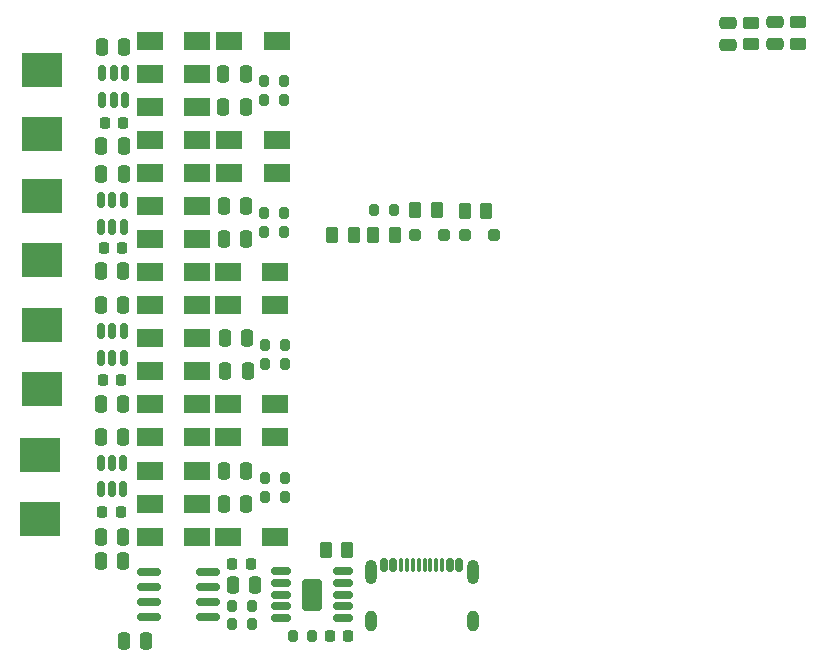
<source format=gbr>
%TF.GenerationSoftware,KiCad,Pcbnew,8.0.8*%
%TF.CreationDate,2025-03-16T16:52:42+08:00*%
%TF.ProjectId,temp_pro,74656d70-5f70-4726-9f2e-6b696361645f,rev?*%
%TF.SameCoordinates,Original*%
%TF.FileFunction,Paste,Top*%
%TF.FilePolarity,Positive*%
%FSLAX46Y46*%
G04 Gerber Fmt 4.6, Leading zero omitted, Abs format (unit mm)*
G04 Created by KiCad (PCBNEW 8.0.8) date 2025-03-16 16:52:42*
%MOMM*%
%LPD*%
G01*
G04 APERTURE LIST*
G04 Aperture macros list*
%AMRoundRect*
0 Rectangle with rounded corners*
0 $1 Rounding radius*
0 $2 $3 $4 $5 $6 $7 $8 $9 X,Y pos of 4 corners*
0 Add a 4 corners polygon primitive as box body*
4,1,4,$2,$3,$4,$5,$6,$7,$8,$9,$2,$3,0*
0 Add four circle primitives for the rounded corners*
1,1,$1+$1,$2,$3*
1,1,$1+$1,$4,$5*
1,1,$1+$1,$6,$7*
1,1,$1+$1,$8,$9*
0 Add four rect primitives between the rounded corners*
20,1,$1+$1,$2,$3,$4,$5,0*
20,1,$1+$1,$4,$5,$6,$7,0*
20,1,$1+$1,$6,$7,$8,$9,0*
20,1,$1+$1,$8,$9,$2,$3,0*%
G04 Aperture macros list end*
%ADD10R,2.250000X1.550000*%
%ADD11RoundRect,0.200000X0.200000X0.275000X-0.200000X0.275000X-0.200000X-0.275000X0.200000X-0.275000X0*%
%ADD12RoundRect,0.250000X0.250000X0.475000X-0.250000X0.475000X-0.250000X-0.475000X0.250000X-0.475000X0*%
%ADD13RoundRect,0.250000X-0.250000X-0.250000X0.250000X-0.250000X0.250000X0.250000X-0.250000X0.250000X0*%
%ADD14RoundRect,0.250000X-0.250000X-0.475000X0.250000X-0.475000X0.250000X0.475000X-0.250000X0.475000X0*%
%ADD15R,3.500000X2.950000*%
%ADD16RoundRect,0.250000X0.262500X0.450000X-0.262500X0.450000X-0.262500X-0.450000X0.262500X-0.450000X0*%
%ADD17RoundRect,0.225000X-0.225000X-0.250000X0.225000X-0.250000X0.225000X0.250000X-0.225000X0.250000X0*%
%ADD18RoundRect,0.150000X-0.150000X0.512500X-0.150000X-0.512500X0.150000X-0.512500X0.150000X0.512500X0*%
%ADD19RoundRect,0.250000X-0.262500X-0.450000X0.262500X-0.450000X0.262500X0.450000X-0.262500X0.450000X0*%
%ADD20RoundRect,0.250000X-0.595000X-1.080000X0.595000X-1.080000X0.595000X1.080000X-0.595000X1.080000X0*%
%ADD21RoundRect,0.150000X-0.687500X-0.150000X0.687500X-0.150000X0.687500X0.150000X-0.687500X0.150000X0*%
%ADD22RoundRect,0.250000X0.450000X-0.262500X0.450000X0.262500X-0.450000X0.262500X-0.450000X-0.262500X0*%
%ADD23RoundRect,0.250000X-0.450000X0.262500X-0.450000X-0.262500X0.450000X-0.262500X0.450000X0.262500X0*%
%ADD24RoundRect,0.250000X-0.475000X0.250000X-0.475000X-0.250000X0.475000X-0.250000X0.475000X0.250000X0*%
%ADD25RoundRect,0.150000X-0.825000X-0.150000X0.825000X-0.150000X0.825000X0.150000X-0.825000X0.150000X0*%
%ADD26RoundRect,0.150000X-0.150000X-0.425000X0.150000X-0.425000X0.150000X0.425000X-0.150000X0.425000X0*%
%ADD27RoundRect,0.075000X-0.075000X-0.500000X0.075000X-0.500000X0.075000X0.500000X-0.075000X0.500000X0*%
%ADD28O,1.000000X2.100000*%
%ADD29O,1.000000X1.800000*%
%ADD30RoundRect,0.250000X0.475000X-0.250000X0.475000X0.250000X-0.475000X0.250000X-0.475000X-0.250000X0*%
%ADD31RoundRect,0.200000X-0.200000X-0.275000X0.200000X-0.275000X0.200000X0.275000X-0.200000X0.275000X0*%
G04 APERTURE END LIST*
D10*
%TO.C,D27*%
X150420000Y-104720000D03*
X146420000Y-104720000D03*
%TD*%
D11*
%TO.C,R27*%
X157820000Y-120920000D03*
X156170000Y-120920000D03*
%TD*%
D10*
%TO.C,D13*%
X146420000Y-135520000D03*
X150420000Y-135520000D03*
%TD*%
D12*
%TO.C,C44*%
X154570000Y-110320000D03*
X152670000Y-110320000D03*
%TD*%
D10*
%TO.C,D9*%
X146420000Y-101920000D03*
X150420000Y-101920000D03*
%TD*%
D13*
%TO.C,D6*%
X168820000Y-109950000D03*
X171320000Y-109950000D03*
%TD*%
D10*
%TO.C,D25*%
X146420000Y-113120000D03*
X150420000Y-113120000D03*
%TD*%
%TO.C,D15*%
X150420000Y-127120000D03*
X146420000Y-127120000D03*
%TD*%
%TO.C,D29*%
X157120000Y-104720000D03*
X153120000Y-104720000D03*
%TD*%
D14*
%TO.C,C28*%
X142320000Y-94020000D03*
X144220000Y-94020000D03*
%TD*%
%TO.C,C13*%
X142220000Y-127120000D03*
X144120000Y-127120000D03*
%TD*%
D11*
%TO.C,R17*%
X167020000Y-107850000D03*
X165370000Y-107850000D03*
%TD*%
D14*
%TO.C,C8*%
X142220000Y-137620000D03*
X144120000Y-137620000D03*
%TD*%
D15*
%TO.C,L2*%
X137120000Y-128570000D03*
X137120000Y-134020000D03*
%TD*%
D16*
%TO.C,R11*%
X174882500Y-107950000D03*
X173057500Y-107950000D03*
%TD*%
D12*
%TO.C,C17*%
X154570000Y-129920000D03*
X152670000Y-129920000D03*
%TD*%
%TO.C,C36*%
X154620000Y-118720000D03*
X152720000Y-118720000D03*
%TD*%
D11*
%TO.C,R22*%
X155020000Y-142920000D03*
X153370000Y-142920000D03*
%TD*%
D12*
%TO.C,C31*%
X154520000Y-99120000D03*
X152620000Y-99120000D03*
%TD*%
D17*
%TO.C,C10*%
X161625000Y-143920000D03*
X163175000Y-143920000D03*
%TD*%
D18*
%TO.C,U18*%
X144170000Y-107045000D03*
X143220000Y-107045000D03*
X142270000Y-107045000D03*
X142270000Y-109320000D03*
X143220000Y-109320000D03*
X144170000Y-109320000D03*
%TD*%
D14*
%TO.C,C7*%
X153420000Y-139620000D03*
X155320000Y-139620000D03*
%TD*%
D17*
%TO.C,C39*%
X142470000Y-111120000D03*
X144020000Y-111120000D03*
%TD*%
D19*
%TO.C,R12*%
X165320000Y-109950000D03*
X167145000Y-109950000D03*
%TD*%
D14*
%TO.C,C27*%
X142280000Y-102420000D03*
X144180000Y-102420000D03*
%TD*%
D10*
%TO.C,D24*%
X150420000Y-110320000D03*
X146420000Y-110320000D03*
%TD*%
D11*
%TO.C,R24*%
X157820000Y-130520000D03*
X156170000Y-130520000D03*
%TD*%
D10*
%TO.C,D4*%
X150420000Y-99120000D03*
X146420000Y-99120000D03*
%TD*%
D20*
%TO.C,U17*%
X160137500Y-140420000D03*
D21*
X157500000Y-138420000D03*
X157500000Y-139420000D03*
X157500000Y-140420000D03*
X157500000Y-141420000D03*
X157500000Y-142420000D03*
X162775000Y-142420000D03*
X162775000Y-141420000D03*
X162775000Y-140420000D03*
X162775000Y-139420000D03*
X162775000Y-138420000D03*
%TD*%
D10*
%TO.C,D14*%
X146420000Y-129920000D03*
X150420000Y-129920000D03*
%TD*%
D17*
%TO.C,C33*%
X142420000Y-122220000D03*
X143970000Y-122220000D03*
%TD*%
D10*
%TO.C,D22*%
X153020000Y-124320000D03*
X157020000Y-124320000D03*
%TD*%
%TO.C,D11*%
X150420000Y-93520000D03*
X146420000Y-93520000D03*
%TD*%
D11*
%TO.C,R29*%
X157720000Y-109720000D03*
X156070000Y-109720000D03*
%TD*%
D14*
%TO.C,C34*%
X142220000Y-124320000D03*
X144120000Y-124320000D03*
%TD*%
D10*
%TO.C,D23*%
X157020000Y-115920000D03*
X153020000Y-115920000D03*
%TD*%
D11*
%TO.C,R26*%
X157820000Y-119320000D03*
X156170000Y-119320000D03*
%TD*%
D22*
%TO.C,R8*%
X197300000Y-93837500D03*
X197300000Y-92012500D03*
%TD*%
D12*
%TO.C,C38*%
X154670000Y-121520000D03*
X152770000Y-121520000D03*
%TD*%
D13*
%TO.C,D7*%
X173070000Y-109950000D03*
X175570000Y-109950000D03*
%TD*%
D23*
%TO.C,R10*%
X201300000Y-91975000D03*
X201300000Y-93800000D03*
%TD*%
D11*
%TO.C,R16*%
X157720000Y-96920000D03*
X156070000Y-96920000D03*
%TD*%
D24*
%TO.C,C18*%
X199300000Y-91937500D03*
X199300000Y-93837500D03*
%TD*%
D10*
%TO.C,D12*%
X150420000Y-132720000D03*
X146420000Y-132720000D03*
%TD*%
%TO.C,D18*%
X150420000Y-121520000D03*
X146420000Y-121520000D03*
%TD*%
D11*
%TO.C,R25*%
X157820000Y-132120000D03*
X156170000Y-132120000D03*
%TD*%
D25*
%TO.C,U7*%
X146345000Y-138515000D03*
X146345000Y-139785000D03*
X146345000Y-141055000D03*
X146345000Y-142325000D03*
X151295000Y-142325000D03*
X151295000Y-141055000D03*
X151295000Y-139785000D03*
X151295000Y-138515000D03*
%TD*%
D12*
%TO.C,C32*%
X154570000Y-132720000D03*
X152670000Y-132720000D03*
%TD*%
D10*
%TO.C,D5*%
X157120000Y-93520000D03*
X153120000Y-93520000D03*
%TD*%
D14*
%TO.C,C41*%
X142280000Y-104800000D03*
X144180000Y-104800000D03*
%TD*%
D18*
%TO.C,U10*%
X144170000Y-118082500D03*
X143220000Y-118082500D03*
X142270000Y-118082500D03*
X142270000Y-120357500D03*
X143220000Y-120357500D03*
X144170000Y-120357500D03*
%TD*%
D10*
%TO.C,D26*%
X146420000Y-107520000D03*
X150420000Y-107520000D03*
%TD*%
%TO.C,D20*%
X146420000Y-118720000D03*
X150420000Y-118720000D03*
%TD*%
%TO.C,D28*%
X153020000Y-113120000D03*
X157020000Y-113120000D03*
%TD*%
D15*
%TO.C,L3*%
X137220000Y-117570000D03*
X137220000Y-123020000D03*
%TD*%
D12*
%TO.C,C42*%
X154570000Y-107520000D03*
X152670000Y-107520000D03*
%TD*%
D14*
%TO.C,C35*%
X142220000Y-115920000D03*
X144120000Y-115920000D03*
%TD*%
D15*
%TO.C,L1*%
X137220000Y-95970000D03*
X137220000Y-101420000D03*
%TD*%
D26*
%TO.C,J4*%
X166200000Y-137940000D03*
X167000000Y-137940000D03*
D27*
X168150000Y-137940000D03*
X169150000Y-137940000D03*
X169650000Y-137940000D03*
X170650000Y-137940000D03*
D26*
X171800000Y-137940000D03*
X172600000Y-137940000D03*
X172600000Y-137940000D03*
X171800000Y-137940000D03*
D27*
X171150000Y-137940000D03*
X170150000Y-137940000D03*
X168650000Y-137940000D03*
X167650000Y-137940000D03*
D26*
X167000000Y-137940000D03*
X166200000Y-137940000D03*
D28*
X165080000Y-138515000D03*
D29*
X165080000Y-142695000D03*
D28*
X173720000Y-138515000D03*
D29*
X173720000Y-142695000D03*
%TD*%
D17*
%TO.C,C26*%
X142570000Y-100520000D03*
X144120000Y-100520000D03*
%TD*%
D18*
%TO.C,U6*%
X144120000Y-129245000D03*
X143170000Y-129245000D03*
X142220000Y-129245000D03*
X142220000Y-131520000D03*
X143170000Y-131520000D03*
X144120000Y-131520000D03*
%TD*%
D15*
%TO.C,L4*%
X137220000Y-106670000D03*
X137220000Y-112120000D03*
%TD*%
D30*
%TO.C,C14*%
X195300000Y-93887500D03*
X195300000Y-91987500D03*
%TD*%
D10*
%TO.C,D21*%
X150420000Y-115920000D03*
X146420000Y-115920000D03*
%TD*%
D17*
%TO.C,C11*%
X142370000Y-133420000D03*
X143920000Y-133420000D03*
%TD*%
D16*
%TO.C,R15*%
X163100000Y-136620000D03*
X161275000Y-136620000D03*
%TD*%
D31*
%TO.C,R23*%
X156070000Y-98520000D03*
X157720000Y-98520000D03*
%TD*%
D17*
%TO.C,C21*%
X153370000Y-137820000D03*
X154920000Y-137820000D03*
%TD*%
D14*
%TO.C,C40*%
X142220000Y-113020000D03*
X144120000Y-113020000D03*
%TD*%
D10*
%TO.C,D8*%
X153120000Y-101920000D03*
X157120000Y-101920000D03*
%TD*%
%TO.C,D16*%
X153020000Y-135520000D03*
X157020000Y-135520000D03*
%TD*%
%TO.C,D10*%
X146420000Y-96320000D03*
X150420000Y-96320000D03*
%TD*%
D12*
%TO.C,C30*%
X154520000Y-96320000D03*
X152620000Y-96320000D03*
%TD*%
D14*
%TO.C,C12*%
X142220000Y-135520000D03*
X144120000Y-135520000D03*
%TD*%
D10*
%TO.C,D19*%
X146420000Y-124320000D03*
X150420000Y-124320000D03*
%TD*%
D11*
%TO.C,R7*%
X160120000Y-143920000D03*
X158470000Y-143920000D03*
%TD*%
D16*
%TO.C,R13*%
X170682500Y-107850000D03*
X168857500Y-107850000D03*
%TD*%
D11*
%TO.C,R28*%
X157720000Y-108120000D03*
X156070000Y-108120000D03*
%TD*%
D14*
%TO.C,C9*%
X144170000Y-144320000D03*
X146070000Y-144320000D03*
%TD*%
D10*
%TO.C,D17*%
X157020000Y-127120000D03*
X153020000Y-127120000D03*
%TD*%
D19*
%TO.C,R14*%
X161832500Y-109950000D03*
X163657500Y-109950000D03*
%TD*%
D11*
%TO.C,R21*%
X155020000Y-141420000D03*
X153370000Y-141420000D03*
%TD*%
D18*
%TO.C,U14*%
X144270000Y-96245000D03*
X143320000Y-96245000D03*
X142370000Y-96245000D03*
X142370000Y-98520000D03*
X143320000Y-98520000D03*
X144270000Y-98520000D03*
%TD*%
M02*

</source>
